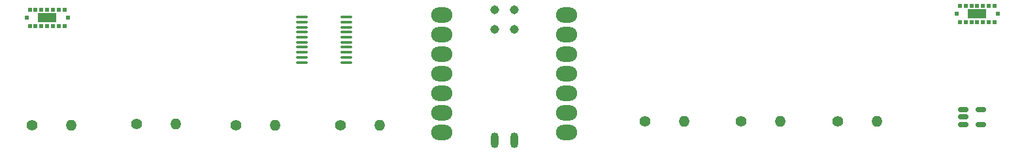
<source format=gbr>
%TF.GenerationSoftware,KiCad,Pcbnew,8.0.8*%
%TF.CreationDate,2025-05-04T21:01:19-05:00*%
%TF.ProjectId,Obstacle_detector,4f627374-6163-46c6-955f-646574656374,rev?*%
%TF.SameCoordinates,Original*%
%TF.FileFunction,Soldermask,Top*%
%TF.FilePolarity,Negative*%
%FSLAX46Y46*%
G04 Gerber Fmt 4.6, Leading zero omitted, Abs format (unit mm)*
G04 Created by KiCad (PCBNEW 8.0.8) date 2025-05-04 21:01:19*
%MOMM*%
%LPD*%
G01*
G04 APERTURE LIST*
G04 Aperture macros list*
%AMRoundRect*
0 Rectangle with rounded corners*
0 $1 Rounding radius*
0 $2 $3 $4 $5 $6 $7 $8 $9 X,Y pos of 4 corners*
0 Add a 4 corners polygon primitive as box body*
4,1,4,$2,$3,$4,$5,$6,$7,$8,$9,$2,$3,0*
0 Add four circle primitives for the rounded corners*
1,1,$1+$1,$2,$3*
1,1,$1+$1,$4,$5*
1,1,$1+$1,$6,$7*
1,1,$1+$1,$8,$9*
0 Add four rect primitives between the rounded corners*
20,1,$1+$1,$2,$3,$4,$5,0*
20,1,$1+$1,$4,$5,$6,$7,0*
20,1,$1+$1,$6,$7,$8,$9,0*
20,1,$1+$1,$8,$9,$2,$3,0*%
G04 Aperture macros list end*
%ADD10C,1.400000*%
%ADD11O,1.400000X1.400000*%
%ADD12RoundRect,0.150000X-0.512500X-0.150000X0.512500X-0.150000X0.512500X0.150000X-0.512500X0.150000X0*%
%ADD13R,0.530000X0.545000*%
%ADD14R,0.565000X0.530000*%
%ADD15R,2.345995X1.229995*%
%ADD16RoundRect,0.100000X-0.637500X-0.100000X0.637500X-0.100000X0.637500X0.100000X-0.637500X0.100000X0*%
%ADD17O,2.748280X1.998980*%
%ADD18O,1.016000X2.032000*%
%ADD19C,1.143000*%
G04 APERTURE END LIST*
D10*
%TO.C,R3*%
X109920000Y-30500000D03*
D11*
X115000000Y-30500000D03*
%TD*%
D10*
%TO.C,R1*%
X18044400Y-31000000D03*
D11*
X23124400Y-31000000D03*
%TD*%
D12*
%TO.C,U5*%
X138725000Y-29000000D03*
X138725000Y-29950000D03*
X138725000Y-30900000D03*
X141000000Y-30900000D03*
X141000000Y-29000000D03*
%TD*%
D13*
%TO.C,U4*%
X22250001Y-18115001D03*
X21500000Y-18115001D03*
X20750001Y-18115001D03*
X20000000Y-18115001D03*
X19249999Y-18115001D03*
X18500000Y-18115001D03*
X17749999Y-18115001D03*
D14*
X22667500Y-17057500D03*
D15*
X20000000Y-17057500D03*
D14*
X17332500Y-17057500D03*
D13*
X22250001Y-15999999D03*
X21500000Y-15999999D03*
X20750001Y-15999999D03*
X20000000Y-15999999D03*
X19249999Y-15999999D03*
X18500000Y-15999999D03*
X17749999Y-15999999D03*
%TD*%
D10*
%TO.C,R7*%
X122460000Y-30500000D03*
D11*
X127540000Y-30500000D03*
%TD*%
D10*
%TO.C,R5*%
X44460000Y-31000000D03*
D11*
X49540000Y-31000000D03*
%TD*%
D10*
%TO.C,R2*%
X31584400Y-30814100D03*
D11*
X36664400Y-30814100D03*
%TD*%
D10*
%TO.C,R4*%
X97460000Y-30500000D03*
D11*
X102540000Y-30500000D03*
%TD*%
D13*
%TO.C,U2*%
X142750001Y-17615001D03*
X142000000Y-17615001D03*
X141250001Y-17615001D03*
X140500000Y-17615001D03*
X139749999Y-17615001D03*
X139000000Y-17615001D03*
X138249999Y-17615001D03*
D14*
X143167500Y-16557500D03*
D15*
X140500000Y-16557500D03*
D14*
X137832500Y-16557500D03*
D13*
X142750001Y-15499999D03*
X142000000Y-15499999D03*
X141250001Y-15499999D03*
X140500000Y-15499999D03*
X139749999Y-15499999D03*
X139000000Y-15499999D03*
X138249999Y-15499999D03*
%TD*%
D10*
%TO.C,R6*%
X57960000Y-31000000D03*
D11*
X63040000Y-31000000D03*
%TD*%
D16*
%TO.C,U3*%
X53000000Y-17000000D03*
X53000000Y-17650000D03*
X53000000Y-18300000D03*
X53000000Y-18950000D03*
X53000000Y-19600000D03*
X53000000Y-20250000D03*
X53000000Y-20900000D03*
X53000000Y-21550000D03*
X53000000Y-22200000D03*
X53000000Y-22850000D03*
X58725000Y-22850000D03*
X58725000Y-22200000D03*
X58725000Y-21550000D03*
X58725000Y-20900000D03*
X58725000Y-20250000D03*
X58725000Y-19600000D03*
X58725000Y-18950000D03*
X58725000Y-18300000D03*
X58725000Y-17650000D03*
X58725000Y-17000000D03*
%TD*%
D17*
%TO.C,U1*%
X71094320Y-16686380D03*
X71094320Y-19226380D03*
X71094320Y-21766380D03*
X71094320Y-24306380D03*
X71094320Y-26846380D03*
X71094320Y-29386380D03*
X71094320Y-31926380D03*
X87258880Y-31926380D03*
X87258880Y-29386380D03*
X87258880Y-26846380D03*
X87258880Y-24306380D03*
X87258880Y-21766380D03*
X87258880Y-19226380D03*
X87258880Y-16686380D03*
D18*
X77961200Y-33004200D03*
X80511200Y-33004200D03*
D19*
X77960003Y-16000013D03*
X80500003Y-16000013D03*
X77960003Y-18540013D03*
X80500003Y-18540013D03*
%TD*%
M02*

</source>
